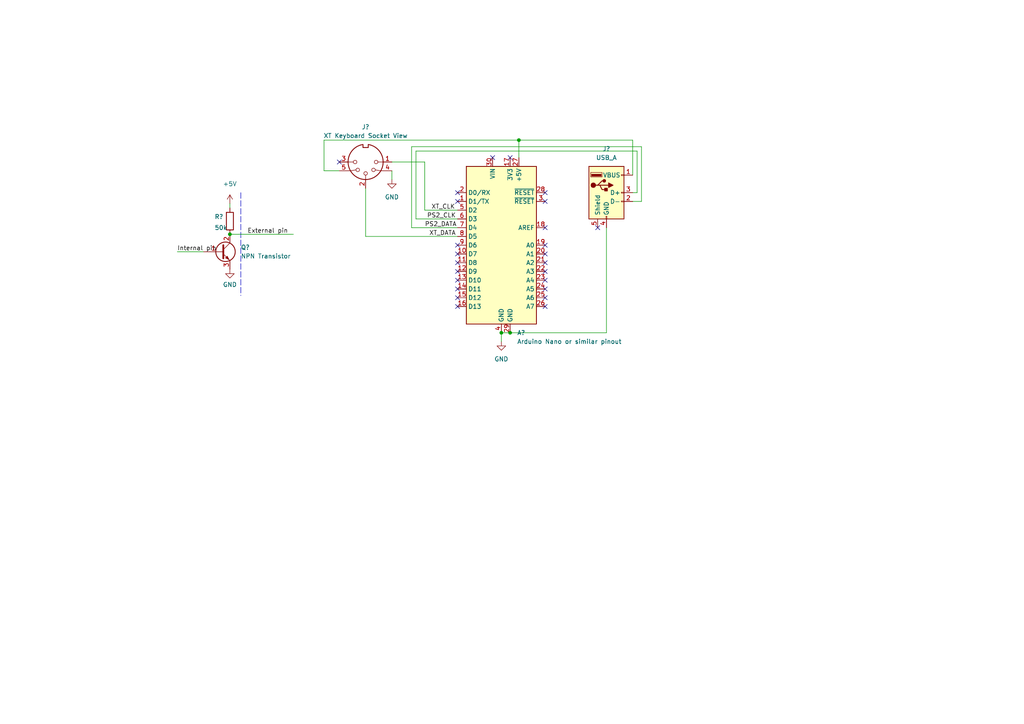
<source format=kicad_sch>
(kicad_sch (version 20211123) (generator eeschema)
  (paper "A4")
  (lib_symbols
    (symbol "Connector:DIN-5_180degree" (pin_names (offset 1.016))
      (property "Reference" "J" (at 3.175 5.715 0))
      (property "Value" "DIN-5_180degree" (at 0 -6.35 0))
      (symbol "DIN-5_180degree_0_1"
        (arc (start -5.08 0) (mid -3.8609 -3.3364) (end -0.762 -5.08) (stroke (width 0.254)))
        (circle (center -3.048 0) (radius 0.508))
        (circle (center -2.286 2.286) (radius 0.508))
        (polyline (pts (xy -5.08 0) (xy -3.556 0)))
        (polyline (pts (xy 0 5.08) (xy 0 3.81)))
        (polyline (pts (xy 5.08 0) (xy 3.556 0)))
        (polyline (pts (xy -5.08 2.54) (xy -4.318 2.54) (xy -2.794 2.286)))
        (polyline (pts (xy 5.08 2.54) (xy 4.318 2.54) (xy 2.794 2.286)))
        (polyline (pts (xy -0.762 -4.953) (xy -0.762 -4.191) (xy 0.762 -4.191) (xy 0.762 -4.953)) (stroke (width 0.254)))
        (circle (center 0 3.302) (radius 0.508))
        (arc (start 0.762 -5.08) (mid 3.8685 -3.343) (end 5.08 0) (stroke (width 0.254)))
        (circle (center 2.286 2.286) (radius 0.508))
        (circle (center 3.048 0) (radius 0.508))
        (arc (start 5.08 0) (mid 0 5.08) (end -5.08 0) (stroke (width 0.254)))
      )
      (symbol "DIN-5_180degree_1_1"
        (pin passive line (at -7.62 0 0) (length 2.54) (name "~") (number "1"))
        (pin passive line (at 0 7.62 270) (length 2.54) (name "~") (number "2"))
        (pin passive line (at 7.62 0 180) (length 2.54) (name "~") (number "3"))
        (pin passive line (at -7.62 2.54 0) (length 2.54) (name "~") (number "4"))
        (pin passive line (at 7.62 2.54 180) (length 2.54) (name "~") (number "5"))
      )
    )
    (symbol "Connector:USB_A" (pin_names (offset 1.016))
      (property "Reference" "J" (at -5.08 11.43 0))
      (property "Value" "USB_A" (at -5.08 8.89 0))
      (symbol "USB_A_0_1"
        (rectangle (start -5.08 -7.62) (end 5.08 7.62) (stroke (width 0.254)) (fill (type background)))
        (circle (center -3.81 2.159) (radius 0.635) (stroke (width 0.254)) (fill (type outline)))
        (rectangle (start -1.524 4.826) (end -4.318 5.334) (fill (type outline)))
        (rectangle (start -1.27 4.572) (end -4.572 5.842))
        (circle (center -0.635 3.429) (radius 0.381) (stroke (width 0.254)) (fill (type outline)))
        (rectangle (start -0.127 -7.62) (end 0.127 -6.858))
        (polyline (pts (xy -3.175 2.159) (xy -2.54 2.159) (xy -1.27 3.429) (xy -0.635 3.429)) (stroke (width 0.254)))
        (polyline (pts (xy -2.54 2.159) (xy -1.905 2.159) (xy -1.27 0.889) (xy 0 0.889)) (stroke (width 0.254)))
        (polyline (pts (xy 0.635 2.794) (xy 0.635 1.524) (xy 1.905 2.159) (xy 0.635 2.794)) (stroke (width 0.254)) (fill (type outline)))
        (rectangle (start 0.254 1.27) (end -0.508 0.508) (stroke (width 0.254)) (fill (type outline)))
        (rectangle (start 5.08 -2.667) (end 4.318 -2.413))
        (rectangle (start 5.08 -0.127) (end 4.318 0.127))
        (rectangle (start 5.08 4.953) (end 4.318 5.207))
      )
      (symbol "USB_A_1_1"
        (polyline (pts (xy -1.905 2.159) (xy 0.635 2.159)) (stroke (width 0.254)))
        (pin power_in line (at 7.62 5.08 180) (length 2.54) (name "VBUS") (number "1"))
        (pin bidirectional line (at 7.62 -2.54 180) (length 2.54) (name "D-") (number "2"))
        (pin bidirectional line (at 7.62 0 180) (length 2.54) (name "D+") (number "3"))
        (pin power_in line (at 0 -10.16 90) (length 2.54) (name "GND") (number "4"))
        (pin passive line (at -2.54 -10.16 90) (length 2.54) (name "Shield") (number "5"))
      )
    )
    (symbol "Device:Q_NPN_BCE" (pin_names (offset 0) hide)
      (property "Reference" "Q" (at 5.08 1.27 0))
      (property "Value" "Q_NPN_BCE" (at 5.08 -1.27 0))
      (symbol "Q_NPN_BCE_0_1"
        (polyline (pts (xy 0.635 0.635) (xy 2.54 2.54)))
        (polyline (pts (xy 0.635 -0.635) (xy 2.54 -2.54) (xy 2.54 -2.54)))
        (polyline (pts (xy 0.635 1.905) (xy 0.635 -1.905) (xy 0.635 -1.905)) (stroke (width 0.508)))
        (polyline (pts (xy 1.27 -1.778) (xy 1.778 -1.27) (xy 2.286 -2.286) (xy 1.27 -1.778) (xy 1.27 -1.778)) (fill (type outline)))
        (circle (center 1.27 0) (radius 2.8194) (stroke (width 0.254)))
      )
      (symbol "Q_NPN_BCE_1_1"
        (pin input line (at -5.08 0 0) (length 5.715) (name "B") (number "1"))
        (pin passive line (at 2.54 5.08 270) (length 2.54) (name "C") (number "2"))
        (pin passive line (at 2.54 -5.08 90) (length 2.54) (name "E") (number "3"))
      )
    )
    (symbol "Device:R" (pin_numbers hide) (pin_names (offset 0))
      (property "Reference" "R" (at 2.032 0 90))
      (property "Value" "R" (at 0 0 90))
      (symbol "R_0_1"
        (rectangle (start -1.016 -2.54) (end 1.016 2.54) (stroke (width 0.254)))
      )
      (symbol "R_1_1"
        (pin passive line (at 0 3.81 270) (length 1.27) (name "~") (number "1"))
        (pin passive line (at 0 -3.81 90) (length 1.27) (name "~") (number "2"))
      )
    )
    (symbol "MCU_Module:Arduino_Nano_v2.x"
      (property "Reference" "A" (at -10.16 23.495 0))
      (property "Value" "Arduino_Nano_v2.x" (at 5.08 -24.13 0))
      (symbol "Arduino_Nano_v2.x_0_1"
        (rectangle (start -10.16 22.86) (end 10.16 -22.86) (stroke (width 0.254)) (fill (type background)))
      )
      (symbol "Arduino_Nano_v2.x_1_1"
        (pin bidirectional line (at -12.7 12.7 0) (length 2.54) (name "D1/TX") (number "1"))
        (pin bidirectional line (at -12.7 -2.54 0) (length 2.54) (name "D7") (number "10"))
        (pin bidirectional line (at -12.7 -5.08 0) (length 2.54) (name "D8") (number "11"))
        (pin bidirectional line (at -12.7 -7.62 0) (length 2.54) (name "D9") (number "12"))
        (pin bidirectional line (at -12.7 -10.16 0) (length 2.54) (name "D10") (number "13"))
        (pin bidirectional line (at -12.7 -12.7 0) (length 2.54) (name "D11") (number "14"))
        (pin bidirectional line (at -12.7 -15.24 0) (length 2.54) (name "D12") (number "15"))
        (pin bidirectional line (at -12.7 -17.78 0) (length 2.54) (name "D13") (number "16"))
        (pin power_out line (at 2.54 25.4 270) (length 2.54) (name "3V3") (number "17"))
        (pin input line (at 12.7 5.08 180) (length 2.54) (name "AREF") (number "18"))
        (pin bidirectional line (at 12.7 0 180) (length 2.54) (name "A0") (number "19"))
        (pin bidirectional line (at -12.7 15.24 0) (length 2.54) (name "D0/RX") (number "2"))
        (pin bidirectional line (at 12.7 -2.54 180) (length 2.54) (name "A1") (number "20"))
        (pin bidirectional line (at 12.7 -5.08 180) (length 2.54) (name "A2") (number "21"))
        (pin bidirectional line (at 12.7 -7.62 180) (length 2.54) (name "A3") (number "22"))
        (pin bidirectional line (at 12.7 -10.16 180) (length 2.54) (name "A4") (number "23"))
        (pin bidirectional line (at 12.7 -12.7 180) (length 2.54) (name "A5") (number "24"))
        (pin bidirectional line (at 12.7 -15.24 180) (length 2.54) (name "A6") (number "25"))
        (pin bidirectional line (at 12.7 -17.78 180) (length 2.54) (name "A7") (number "26"))
        (pin power_out line (at 5.08 25.4 270) (length 2.54) (name "+5V") (number "27"))
        (pin input line (at 12.7 15.24 180) (length 2.54) (name "~{RESET}") (number "28"))
        (pin power_in line (at 2.54 -25.4 90) (length 2.54) (name "GND") (number "29"))
        (pin input line (at 12.7 12.7 180) (length 2.54) (name "~{RESET}") (number "3"))
        (pin power_in line (at -2.54 25.4 270) (length 2.54) (name "VIN") (number "30"))
        (pin power_in line (at 0 -25.4 90) (length 2.54) (name "GND") (number "4"))
        (pin bidirectional line (at -12.7 10.16 0) (length 2.54) (name "D2") (number "5"))
        (pin bidirectional line (at -12.7 7.62 0) (length 2.54) (name "D3") (number "6"))
        (pin bidirectional line (at -12.7 5.08 0) (length 2.54) (name "D4") (number "7"))
        (pin bidirectional line (at -12.7 2.54 0) (length 2.54) (name "D5") (number "8"))
        (pin bidirectional line (at -12.7 0 0) (length 2.54) (name "D6") (number "9"))
      )
    )
    (symbol "power:+5V" (power) (pin_names (offset 0))
      (property "Value" "+5V" (at 0 3.556 0))
      (symbol "+5V_0_1"
        (polyline (pts (xy -0.762 1.27) (xy 0 2.54)))
        (polyline (pts (xy 0 0) (xy 0 2.54)))
        (polyline (pts (xy 0 2.54) (xy 0.762 1.27)))
      )
      (symbol "+5V_1_1"
        (pin power_in line (at 0 0 90) (length 0) hide (name "+5V") (number "1"))
      )
    )
    (symbol "power:GND" (power) (pin_names (offset 0))
      (property "Value" "GND" (at 0 -3.81 0))
      (symbol "GND_0_1"
        (polyline (pts (xy 0 0) (xy 0 -1.27) (xy 1.27 -1.27) (xy 0 -2.54) (xy -1.27 -1.27) (xy 0 -1.27)))
      )
      (symbol "GND_1_1"
        (pin power_in line (at 0 0 270) (length 0) hide (name "GND") (number "1"))
      )
    )
  )
  (junction (at 66.675 67.945))
  (junction (at 145.415 96.52))
  (junction (at 150.495 40.64))
  (junction (at 147.955 96.52))
  (no_connect (at 98.425 46.99))
  (no_connect (at 132.715 55.88))
  (no_connect (at 132.715 58.42))
  (no_connect (at 173.355 66.04))
  (no_connect (at 132.715 71.12))
  (no_connect (at 132.715 73.66))
  (no_connect (at 132.715 76.2))
  (no_connect (at 132.715 78.74))
  (no_connect (at 132.715 81.28))
  (no_connect (at 132.715 83.82))
  (no_connect (at 132.715 86.36))
  (no_connect (at 132.715 88.9))
  (no_connect (at 158.115 88.9))
  (no_connect (at 158.115 86.36))
  (no_connect (at 158.115 78.74))
  (no_connect (at 158.115 76.2))
  (no_connect (at 158.115 66.04))
  (no_connect (at 158.115 58.42))
  (no_connect (at 158.115 55.88))
  (no_connect (at 158.115 83.82))
  (no_connect (at 158.115 81.28))
  (no_connect (at 158.115 73.66))
  (no_connect (at 158.115 71.12))
  (no_connect (at 147.955 45.72))
  (no_connect (at 142.875 45.72))
  (wire (pts (xy 113.665 49.53) (xy 113.665 52.07)))
  (wire (pts (xy 183.515 50.8) (xy 183.515 40.64)))
  (wire (pts (xy 183.515 58.42) (xy 186.055 58.42)))
  (wire (pts (xy 184.785 43.815) (xy 184.785 55.88)))
  (wire (pts (xy 123.19 60.96) (xy 132.715 60.96)))
  (wire (pts (xy 66.675 59.055) (xy 66.675 60.325)))
  (wire (pts (xy 120.65 63.5) (xy 120.65 43.815)))
  (wire (pts (xy 106.045 68.58) (xy 132.715 68.58)))
  (wire (pts (xy 145.415 96.52) (xy 147.955 96.52)))
  (wire (pts (xy 186.055 42.545) (xy 119.38 42.545)))
  (wire (pts (xy 150.495 45.72) (xy 150.495 40.64)))
  (wire (pts (xy 93.98 49.53) (xy 98.425 49.53)))
  (wire (pts (xy 145.415 96.52) (xy 145.415 99.06)))
  (polyline (pts (xy 69.85 55.88) (xy 69.85 85.725)))
  (wire (pts (xy 66.675 67.945) (xy 85.09 67.945)))
  (wire (pts (xy 183.515 40.64) (xy 150.495 40.64)))
  (wire (pts (xy 123.19 46.99) (xy 123.19 60.96)))
  (wire (pts (xy 120.65 43.815) (xy 184.785 43.815)))
  (wire (pts (xy 93.98 40.64) (xy 150.495 40.64)))
  (wire (pts (xy 119.38 42.545) (xy 119.38 66.04)))
  (wire (pts (xy 175.895 66.04) (xy 175.895 96.52)))
  (wire (pts (xy 132.715 63.5) (xy 120.65 63.5)))
  (wire (pts (xy 93.98 40.64) (xy 93.98 49.53)))
  (wire (pts (xy 175.895 96.52) (xy 147.955 96.52)))
  (wire (pts (xy 119.38 66.04) (xy 132.715 66.04)))
  (wire (pts (xy 186.055 58.42) (xy 186.055 42.545)))
  (wire (pts (xy 51.435 73.025) (xy 59.055 73.025)))
  (wire (pts (xy 184.785 55.88) (xy 183.515 55.88)))
  (wire (pts (xy 106.045 54.61) (xy 106.045 68.58)))
  (wire (pts (xy 113.665 46.99) (xy 123.19 46.99)))
  (label "External pin" (at 71.755 67.945 0))
  (label "XT_CLK" (at 125.095 60.96 0))
  (label "PS2_DATA" (at 123.19 66.04 0))
  (label "XT_DATA" (at 124.46 68.58 0))
  (label "PS2_CLK" (at 123.825 63.5 0))
  (label "Internal pin" (at 51.435 73.025 0))
  (symbol (lib_id "Device:Q_NPN_BCE") (at 64.135 73.025 0) (unit 1)
    (property "Reference" "Q?" (at 69.85 71.7549 0) (effects (justify left)))
    (property "Value" "NPN Transistor" (at 69.85 74.2949 0) (effects (justify left)))
  )
  (symbol (lib_id "MCU_Module:Arduino_Nano_v2.x") (at 145.415 71.12 0) (unit 1)
    (property "Reference" "A?" (at 149.9744 96.52 0) (effects (justify left)))
    (property "Value" "Arduino Nano or similar pinout" (at 149.9744 99.06 0) (effects (justify left)))
    (property "Footprint" "Module:Arduino_Nano" (effects hide))
    (property "Datasheet" "https://www.arduino.cc/en/uploads/Main/ArduinoNanoManual23.pdf" (effects hide))
  )
  (symbol (lib_id "power:GND") (at 66.675 78.105 0) (unit 1)
    (property "Reference" "#PWR?" (effects hide))
    (property "Value" "GND" (at 66.675 82.55 0))
  )
  (symbol (lib_id "Device:R") (at 66.675 64.135 0) (unit 1)
    (property "Reference" "R?" (at 62.23 62.865 0) (effects (justify left)))
    (property "Value" "50k" (at 62.23 66.04 0) (effects (justify left)))
  )
  (symbol (lib_id "Connector:USB_A") (at 175.895 55.88 0) (unit 1)
    (property "Reference" "J?" (at 175.895 43.18 0))
    (property "Value" "USB_A" (at 175.895 45.72 0))
    (property "Datasheet" " ~" (effects hide))
  )
  (symbol (lib_id "power:+5V") (at 66.675 59.055 0) (unit 1)
    (property "Reference" "#PWR?" (effects hide))
    (property "Value" "+5V" (at 66.675 53.34 0))
  )
  (symbol (lib_id "Connector:DIN-5_180degree") (at 106.045 46.99 180) (unit 1)
    (property "Reference" "J?" (at 106.0449 36.83 0))
    (property "Value" "XT Keyboard Socket View" (at 106.0449 39.37 0))
    (property "Datasheet" "http://www.mouser.com/ds/2/18/40_c091_abd_e-75918.pdf" (effects hide))
  )
  (symbol (lib_id "power:GND") (at 145.415 99.06 0) (unit 1)
    (property "Reference" "#PWR?" (effects hide))
    (property "Value" "GND" (at 145.415 104.14 0))
  )
  (symbol (lib_id "power:GND") (at 113.665 52.07 0) (unit 1)
    (property "Reference" "#PWR?" (effects hide))
    (property "Value" "GND" (at 113.665 57.15 0))
  )
)
</source>
